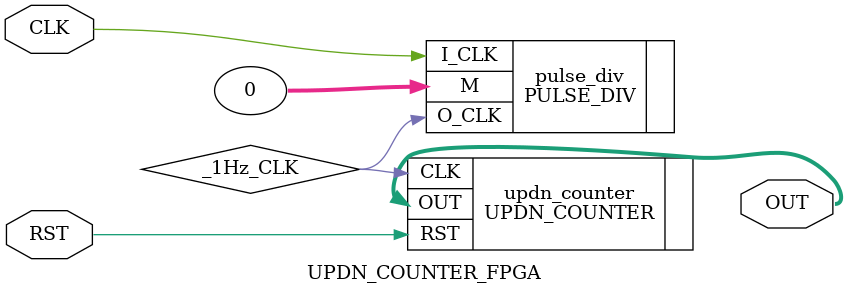
<source format=v>
`timescale 1ns / 1ps
`include "UPDN_COUNTER.v"
`include "PULSE_DIV.v"
module UPDN_COUNTER_FPGA(
	input CLK, 
	input RST,
	output [3:0] OUT
);
    wire _1Hz_CLK;
    PULSE_DIV pulse_div(.I_CLK(CLK), .M(0), .O_CLK(_1Hz_CLK));
    UPDN_COUNTER updn_counter(.CLK(_1Hz_CLK), .RST(RST), .OUT(OUT));

endmodule

</source>
